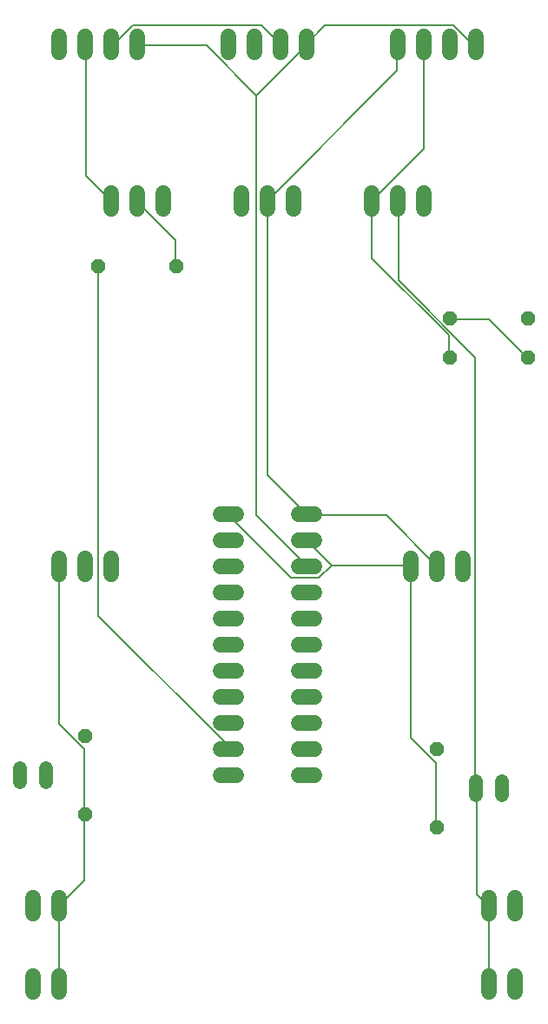
<source format=gbr>
G04 EAGLE Gerber RS-274X export*
G75*
%MOMM*%
%FSLAX34Y34*%
%LPD*%
%INBottom Copper*%
%IPPOS*%
%AMOC8*
5,1,8,0,0,1.08239X$1,22.5*%
G01*
%ADD10C,1.508000*%
%ADD11C,1.320800*%
%ADD12P,1.429621X8X22.500000*%
%ADD13P,1.429621X8X112.500000*%
%ADD14C,0.152400*%


D10*
X482600Y322660D02*
X482600Y337740D01*
X508000Y337740D02*
X508000Y322660D01*
D11*
X495300Y437896D02*
X495300Y451104D01*
X469900Y451104D02*
X469900Y437896D01*
X50800Y450596D02*
X50800Y463804D01*
X25400Y463804D02*
X25400Y450596D01*
D12*
X444500Y901700D03*
X520700Y901700D03*
X101600Y952500D03*
X177800Y952500D03*
D13*
X88900Y419100D03*
X88900Y495300D03*
D12*
X444500Y863600D03*
X520700Y863600D03*
D13*
X431800Y406400D03*
X431800Y482600D03*
D10*
X241300Y1008460D02*
X241300Y1023540D01*
X266700Y1023540D02*
X266700Y1008460D01*
X292100Y1008460D02*
X292100Y1023540D01*
X63500Y1160860D02*
X63500Y1175940D01*
X88900Y1175940D02*
X88900Y1160860D01*
X114300Y1160860D02*
X114300Y1175940D01*
X139700Y1175940D02*
X139700Y1160860D01*
X38100Y261540D02*
X38100Y246460D01*
X63500Y246460D02*
X63500Y261540D01*
X38100Y322660D02*
X38100Y337740D01*
X63500Y337740D02*
X63500Y322660D01*
X221060Y711200D02*
X236140Y711200D01*
X236140Y685800D02*
X221060Y685800D01*
X221060Y660400D02*
X236140Y660400D01*
X236140Y635000D02*
X221060Y635000D01*
X221060Y609600D02*
X236140Y609600D01*
X236140Y584200D02*
X221060Y584200D01*
X221060Y558800D02*
X236140Y558800D01*
X236140Y533400D02*
X221060Y533400D01*
X221060Y508000D02*
X236140Y508000D01*
X236140Y482600D02*
X221060Y482600D01*
X221060Y457200D02*
X236140Y457200D01*
X297260Y711200D02*
X312340Y711200D01*
X312340Y685800D02*
X297260Y685800D01*
X297260Y660400D02*
X312340Y660400D01*
X312340Y635000D02*
X297260Y635000D01*
X297260Y609600D02*
X312340Y609600D01*
X312340Y584200D02*
X297260Y584200D01*
X297260Y558800D02*
X312340Y558800D01*
X312340Y533400D02*
X297260Y533400D01*
X297260Y508000D02*
X312340Y508000D01*
X312340Y482600D02*
X297260Y482600D01*
X297260Y457200D02*
X312340Y457200D01*
X368300Y1008460D02*
X368300Y1023540D01*
X393700Y1023540D02*
X393700Y1008460D01*
X419100Y1008460D02*
X419100Y1023540D01*
X482600Y261540D02*
X482600Y246460D01*
X508000Y246460D02*
X508000Y261540D01*
X114300Y1008460D02*
X114300Y1023540D01*
X139700Y1023540D02*
X139700Y1008460D01*
X165100Y1008460D02*
X165100Y1023540D01*
X63500Y667940D02*
X63500Y652860D01*
X88900Y652860D02*
X88900Y667940D01*
X114300Y667940D02*
X114300Y652860D01*
X406400Y652860D02*
X406400Y667940D01*
X431800Y667940D02*
X431800Y652860D01*
X457200Y652860D02*
X457200Y667940D01*
X393700Y1160860D02*
X393700Y1175940D01*
X419100Y1175940D02*
X419100Y1160860D01*
X444500Y1160860D02*
X444500Y1175940D01*
X469900Y1175940D02*
X469900Y1160860D01*
X228600Y1160860D02*
X228600Y1175940D01*
X254000Y1175940D02*
X254000Y1160860D01*
X279400Y1160860D02*
X279400Y1175940D01*
X304800Y1175940D02*
X304800Y1160860D01*
D14*
X117348Y1168908D02*
X114300Y1168908D01*
X117348Y1168908D02*
X135636Y1187196D01*
X260604Y1187196D01*
X279400Y1168400D01*
X114300Y1168908D02*
X114300Y1168400D01*
X256032Y710184D02*
X304800Y661416D01*
X256032Y710184D02*
X256032Y1118616D01*
X304800Y1167384D01*
X304800Y661416D02*
X304800Y660400D01*
X304800Y1167384D02*
X304800Y1168400D01*
X207264Y1167384D02*
X140208Y1167384D01*
X207264Y1167384D02*
X256032Y1118616D01*
X140208Y1167384D02*
X139700Y1168400D01*
X466344Y1168908D02*
X469392Y1168908D01*
X466344Y1168908D02*
X448056Y1187196D01*
X323088Y1187196D01*
X304800Y1168908D01*
X469392Y1168908D02*
X469900Y1168400D01*
X304800Y1168908D02*
X304800Y1168400D01*
X470916Y443484D02*
X470916Y341376D01*
X481584Y330708D01*
X470916Y443484D02*
X469900Y444500D01*
X481584Y330708D02*
X482600Y330200D01*
X483108Y329184D02*
X483108Y254508D01*
X482600Y254000D01*
X483108Y329184D02*
X482600Y330200D01*
X469392Y445008D02*
X469392Y864108D01*
X394716Y938784D01*
X394716Y1014984D01*
X469392Y445008D02*
X469900Y444500D01*
X394716Y1014984D02*
X393700Y1016000D01*
X89916Y1040892D02*
X89916Y1167384D01*
X89916Y1040892D02*
X114300Y1016508D01*
X89916Y1167384D02*
X88900Y1168400D01*
X114300Y1016508D02*
X114300Y1016000D01*
X443484Y885444D02*
X443484Y864108D01*
X443484Y885444D02*
X368808Y960120D01*
X368808Y1014984D01*
X443484Y864108D02*
X444500Y863600D01*
X368808Y1014984D02*
X368300Y1016000D01*
X419100Y1066800D02*
X419100Y1168400D01*
X419100Y1066800D02*
X368300Y1016000D01*
X88392Y419100D02*
X88392Y355092D01*
X63500Y330200D01*
X64008Y329184D02*
X64008Y254508D01*
X63500Y254000D01*
X64008Y329184D02*
X63500Y330200D01*
X329184Y661416D02*
X405384Y661416D01*
X329184Y661416D02*
X304800Y685800D01*
X405384Y661416D02*
X406400Y660400D01*
X329184Y661416D02*
X316992Y649224D01*
X289560Y649224D01*
X228600Y710184D01*
X228600Y711200D01*
X88392Y483108D02*
X88392Y419100D01*
X88392Y483108D02*
X64008Y507492D01*
X64008Y659892D01*
X88392Y419100D02*
X88900Y419100D01*
X64008Y659892D02*
X63500Y660400D01*
X431292Y469392D02*
X431292Y406908D01*
X431292Y469392D02*
X406908Y493776D01*
X406908Y659892D01*
X431292Y406908D02*
X431800Y406400D01*
X406908Y659892D02*
X406400Y660400D01*
X176784Y952500D02*
X176784Y978408D01*
X140208Y1014984D01*
X176784Y952500D02*
X177800Y952500D01*
X140208Y1014984D02*
X139700Y1016000D01*
X393192Y1143000D02*
X393192Y1167384D01*
X393192Y1143000D02*
X266700Y1016508D01*
X393192Y1167384D02*
X393700Y1168400D01*
X266700Y1016508D02*
X266700Y1016000D01*
X304800Y710184D02*
X382524Y710184D01*
X431292Y661416D01*
X304800Y710184D02*
X304800Y711200D01*
X431292Y661416D02*
X431800Y660400D01*
X266700Y749808D02*
X266700Y1016000D01*
X266700Y749808D02*
X304800Y711708D01*
X304800Y711200D01*
X445008Y900684D02*
X483108Y900684D01*
X519684Y864108D01*
X445008Y900684D02*
X444500Y901700D01*
X519684Y864108D02*
X520700Y863600D01*
X228600Y486156D02*
X228600Y482600D01*
X228600Y486156D02*
X102108Y612648D01*
X102108Y952500D01*
X101600Y952500D01*
M02*

</source>
